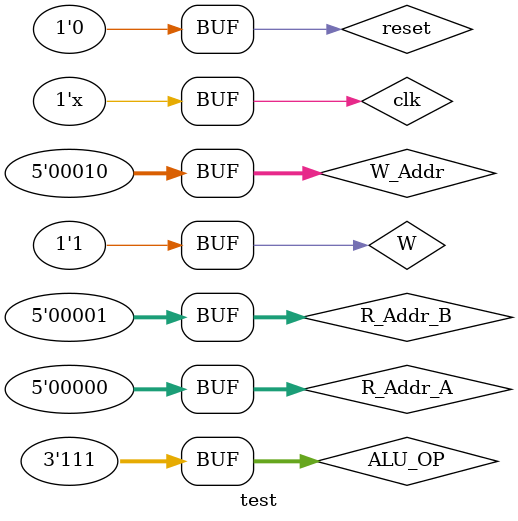
<source format=v>
`timescale 1ns / 1ps


module test;

	// Inputs
	reg [4:0] R_Addr_A;
	reg [4:0] R_Addr_B;
	reg [4:0] W_Addr;
	reg W;
	reg [2:0] ALU_OP;
	reg clk;
	reg reset;

	// Outputs
	wire ZF;
	wire OF;
	wire [31:0] F;

	// Instantiate the Unit Under Test (UUT)
	top uut (
		.R_Addr_A(R_Addr_A), 
		.R_Addr_B(R_Addr_B), 
		.W_Addr(W_Addr), 
		.W(W), 
		.ALU_OP(ALU_OP), 
		.ZF(ZF), 
		.OF(OF), 
		.F(F), 
		.clk(clk), 
		.reset(reset)
	);
	
	always #3 clk = ~clk;
	initial begin
		// Initialize Inputs
		R_Addr_A = 0;
		R_Addr_B = 0;
		W_Addr = 0;
		W = 0;
		ALU_OP = 0;
		clk = 0;
		reset = 1;

		// Wait 100 ns for global reset to finish
		#100;
		
      R_Addr_A = 5'b0;
		R_Addr_B = 5'b0;
		W_Addr = 5'b0;
		W = 1;
		ALU_OP = 3'b001;
		reset = 0;

		// Wait 100 ns for global reset to finish
		#100; 
		R_Addr_A = 5'b0;
		R_Addr_B = 5'b0;
		W_Addr = 5'b00001;
		W = 1;
		ALU_OP = 3'b001;
		reset = 0;

		// Wait 100 ns for global reset to finish
		#100;
		R_Addr_A = 5'b00000;
		R_Addr_B = 5'b00001;
		W_Addr = 5'b00010;
		W = 1;
		ALU_OP = 3'b001;
		reset = 0;

		// Wait 100 ns for global reset to finish
		#100; 
		R_Addr_A = 5'b00000;
		R_Addr_B = 5'b00001;
		W_Addr = 5'b00010;
		W = 1;
		ALU_OP = 3'b010;
		reset = 0;

		// Wait 100 ns for global reset to finish
		#100; 
		R_Addr_A = 5'b00000;
		R_Addr_B = 5'b00001;
		W_Addr = 5'b00010;
		W = 1;
		ALU_OP = 3'b011;
		reset = 0;

		// Wait 100 ns for global reset to finish
		#100; 
		R_Addr_A = 5'b00000;
		R_Addr_B = 5'b00001;
		W_Addr = 5'b00010;
		W = 1;
		ALU_OP = 3'b100;
		reset = 0;

		// Wait 100 ns for global reset to finish
		#100; 
		R_Addr_A = 5'b00000;
		R_Addr_B = 5'b00001;
		W_Addr = 5'b00010;
		W = 1;
		ALU_OP = 3'b101;
		reset = 0;

		// Wait 100 ns for global reset to finish
		#100; 
		R_Addr_A = 5'b00000;
		R_Addr_B = 5'b00001;
		W_Addr = 5'b00010;
		W = 1;
		ALU_OP = 3'b110;
		reset = 0;

		// Wait 100 ns for global reset to finish
		#100; 
		R_Addr_A = 5'b00000;
		R_Addr_B = 5'b00001;
		W_Addr = 5'b00010;
		W = 1;
		ALU_OP = 3'b111;
		reset = 0;

		// Wait 100 ns for global reset to finish
		#100; 
		// Add stimulus here

	end
      
endmodule


</source>
